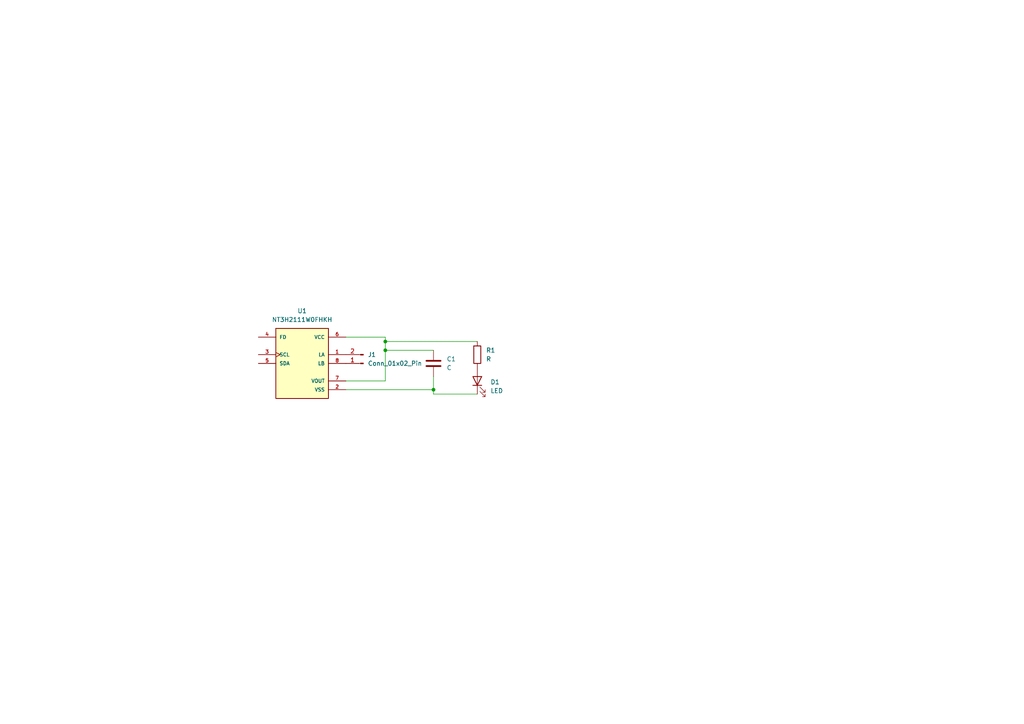
<source format=kicad_sch>
(kicad_sch (version 20250114) (generator "eeschema") (generator_version "9.0")
  (paper "A4")
  (lib_symbols
    (symbol "Connector:Conn_01x02_Pin" (pin_names (offset 1.016) (hide yes))
      (property "Reference" "J" (at 0 2.54 0))
      (property "Value" "Conn_01x02_Pin" (at 0 -5.08 0))
      (symbol "Conn_01x02_Pin_1_1"
        (rectangle (start 0.8636 0.127) (end 0 -0.127) (stroke (width 0.1524)) (fill (type outline)))
        (rectangle (start 0.8636 -2.413) (end 0 -2.667) (stroke (width 0.1524)) (fill (type outline)))
        (polyline (pts (xy 1.27 0) (xy 0.8636 0)) (stroke (width 0.1524)))
        (polyline (pts (xy 1.27 -2.54) (xy 0.8636 -2.54)) (stroke (width 0.1524)))
        (pin passive line (at 5.08 0 180) (length 3.81) (name "Pin_1") (number "1"))
        (pin passive line (at 5.08 -2.54 180) (length 3.81) (name "Pin_2") (number "2"))
      )
    )
    (symbol "Device:C" (pin_numbers (hide yes)) (pin_names (offset 0.254))
      (property "Reference" "C" (at 0.635 2.54 0))
      (property "Value" "C" (at 0.635 -2.54 0))
      (symbol "C_0_1"
        (polyline (pts (xy -2.032 0.762) (xy 2.032 0.762)) (stroke (width 0.508)))
        (polyline (pts (xy -2.032 -0.762) (xy 2.032 -0.762)) (stroke (width 0.508)))
      )
      (symbol "C_1_1"
        (pin passive line (at 0 3.81 270) (length 2.794) (name "~") (number "1"))
        (pin passive line (at 0 -3.81 90) (length 2.794) (name "~") (number "2"))
      )
    )
    (symbol "Device:LED" (pin_numbers (hide yes)) (pin_names (offset 1.016) (hide yes))
      (property "Reference" "D" (at 0 2.54 0))
      (property "Value" "LED" (at 0 -2.54 0))
      (symbol "LED_0_1"
        (polyline (pts (xy -3.048 -0.762) (xy -4.572 -2.286) (xy -3.81 -2.286) (xy -4.572 -2.286) (xy -4.572 -1.524)))
        (polyline (pts (xy -1.778 -0.762) (xy -3.302 -2.286) (xy -2.54 -2.286) (xy -3.302 -2.286) (xy -3.302 -1.524)))
        (polyline (pts (xy -1.27 0) (xy 1.27 0)))
        (polyline (pts (xy -1.27 -1.27) (xy -1.27 1.27)) (stroke (width 0.254)))
        (polyline (pts (xy 1.27 -1.27) (xy 1.27 1.27) (xy -1.27 0) (xy 1.27 -1.27)) (stroke (width 0.254)))
      )
      (symbol "LED_1_1"
        (pin passive line (at -3.81 0 0) (length 2.54) (name "K") (number "1"))
        (pin passive line (at 3.81 0 180) (length 2.54) (name "A") (number "2"))
      )
    )
    (symbol "Device:R" (pin_numbers (hide yes)) (pin_names (offset 0))
      (property "Reference" "R" (at 2.032 0 90))
      (property "Value" "R" (at 0 0 90))
      (symbol "R_0_1"
        (rectangle (start -1.016 -2.54) (end 1.016 2.54) (stroke (width 0.254)))
      )
      (symbol "R_1_1"
        (pin passive line (at 0 3.81 270) (length 1.27) (name "~") (number "1"))
        (pin passive line (at 0 -3.81 90) (length 1.27) (name "~") (number "2"))
      )
    )
    (symbol "Taranium-libs:NT3H2111W0FHKH" (pin_names (offset 1.016))
      (property "Reference" "U" (at -7.6233 10.6725 0))
      (property "Value" "NT3H2111W0FHKH" (at -7.6248 -12.708 0))
      (symbol "NT3H2111W0FHKH_0_0"
        (rectangle (start -7.62 -10.16) (end 7.62 10.16) (stroke (width 0.254)) (fill (type background)))
        (pin input line (at -12.7 7.62 0) (length 5.08) (name "FD") (number "4"))
        (pin input clock (at -12.7 2.54 0) (length 5.08) (name "SCL") (number "3"))
        (pin bidirectional line (at -12.7 0 0) (length 5.08) (name "SDA") (number "5"))
        (pin power_in line (at 12.7 7.62 180) (length 5.08) (name "VCC") (number "6"))
        (pin bidirectional line (at 12.7 2.54 180) (length 5.08) (name "LA") (number "1"))
        (pin bidirectional line (at 12.7 0 180) (length 5.08) (name "LB") (number "8"))
        (pin output line (at 12.7 -5.08 180) (length 5.08) (name "VOUT") (number "7"))
        (pin power_in line (at 12.7 -7.62 180) (length 5.08) (name "VSS") (number "2"))
      )
    )
  )
  (junction (at 111.76 99.06))
  (junction (at 111.76 101.6))
  (junction (at 125.73 113.03))
  (wire (pts (xy 138.43 114.3) (xy 125.73 114.3)))
  (wire (pts (xy 125.73 113.03) (xy 125.73 109.22)))
  (wire (pts (xy 100.33 113.03) (xy 125.73 113.03)))
  (wire (pts (xy 111.76 110.49) (xy 111.76 101.6)))
  (wire (pts (xy 111.76 97.79) (xy 100.33 97.79)))
  (wire (pts (xy 111.76 99.06) (xy 111.76 97.79)))
  (wire (pts (xy 111.76 101.6) (xy 111.76 99.06)))
  (wire (pts (xy 111.76 99.06) (xy 138.43 99.06)))
  (wire (pts (xy 100.33 110.49) (xy 111.76 110.49)))
  (wire (pts (xy 111.76 101.6) (xy 125.73 101.6)))
  (wire (pts (xy 125.73 114.3) (xy 125.73 113.03)))
  (symbol (lib_id "Device:C") (at 125.73 105.41 0) (unit 1)
    (property "Reference" "C1" (at 129.54 104.1399 0) (effects (justify left)))
    (property "Value" "C" (at 129.54 106.6799 0) (effects (justify left)))
    (property "Footprint" "Capacitor_SMD:C_0603_1608Metric_Pad1.08x0.95mm_HandSolder" (effects (hide yes)))
    (property "Description" "Unpolarized capacitor" (effects (hide yes)))
  )
  (symbol (lib_id "Connector:Conn_01x02_Pin") (at 105.41 105.41 180) (unit 1)
    (property "Reference" "J1" (at 106.68 102.8699 0) (effects (justify right)))
    (property "Value" "Conn_01x02_Pin" (at 106.68 105.4099 0) (effects (justify right)))
    (property "Footprint" "Taranium-libs:25x_48mm NFC Antenna" (effects (hide yes)))
    (property "Description" "Generic connector, single row, 01x02, script generated" (effects (hide yes)))
  )
  (symbol (lib_id "Device:LED") (at 138.43 110.49 90) (unit 1)
    (property "Reference" "D1" (at 142.24 110.8074 90) (effects (justify right)))
    (property "Value" "LED" (at 142.24 113.3474 90) (effects (justify right)))
    (property "Footprint" "LED_SMD:LED_0805_2012Metric_Pad1.15x1.40mm_HandSolder" (effects (hide yes)))
    (property "Description" "Light emitting diode" (effects (hide yes)))
    (property "Sim.Pins" "1=K 2=A" (effects (hide yes)))
  )
  (symbol (lib_id "Device:R") (at 138.43 102.87 0) (unit 1)
    (property "Reference" "R1" (at 140.97 101.5999 0) (effects (justify left)))
    (property "Value" "R" (at 140.97 104.1399 0) (effects (justify left)))
    (property "Footprint" "Resistor_SMD:R_0603_1608Metric_Pad0.98x0.95mm_HandSolder" (effects (hide yes)))
    (property "Description" "Resistor" (effects (hide yes)))
  )
  (symbol (lib_id "Taranium-libs:NT3H2111W0FHKH") (at 87.63 105.41 0) (unit 1)
    (property "Reference" "U1" (at 87.63 90.17 0))
    (property "Value" "NT3H2111W0FHKH" (at 87.63 92.71 0))
    (property "Footprint" "Taranium-libs:QFN8P50_160X160X50L40X20N" (effects (hide yes)))
    (property "MANUFACTURER" "NXP Semiconductors" (effects (hide yes)))
  )
)
</source>
